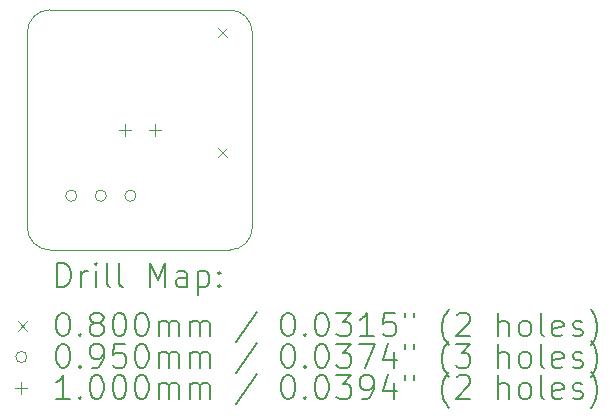
<source format=gbr>
%FSLAX45Y45*%
G04 Gerber Fmt 4.5, Leading zero omitted, Abs format (unit mm)*
G04 Created by KiCad (PCBNEW 6.0.4-6f826c9f35~116~ubuntu20.04.1) date 2022-05-16 21:48:50*
%MOMM*%
%LPD*%
G01*
G04 APERTURE LIST*
%TA.AperFunction,Profile*%
%ADD10C,0.050000*%
%TD*%
%ADD11C,0.200000*%
%ADD12C,0.080000*%
%ADD13C,0.095000*%
%ADD14C,0.100000*%
G04 APERTURE END LIST*
D10*
X8128000Y-6858000D02*
X9652000Y-6858000D01*
X9652000Y-8890000D02*
G75*
G03*
X9842500Y-8699500I0J190500D01*
G01*
X7937500Y-7048500D02*
X7937500Y-8699500D01*
X7937500Y-8699500D02*
G75*
G03*
X8128000Y-8890000I190500J0D01*
G01*
X8128000Y-8890000D02*
X9652000Y-8890000D01*
X9842500Y-8699500D02*
X9842500Y-7048500D01*
X9842500Y-7048500D02*
G75*
G03*
X9652000Y-6858000I-190500J0D01*
G01*
X8128000Y-6858000D02*
G75*
G03*
X7937500Y-7048500I0J-190500D01*
G01*
D11*
D12*
X9548500Y-7008500D02*
X9628500Y-7088500D01*
X9628500Y-7008500D02*
X9548500Y-7088500D01*
X9548500Y-8024500D02*
X9628500Y-8104500D01*
X9628500Y-8024500D02*
X9548500Y-8104500D01*
D13*
X8357300Y-8431100D02*
G75*
G03*
X8357300Y-8431100I-47500J0D01*
G01*
X8607300Y-8431100D02*
G75*
G03*
X8607300Y-8431100I-47500J0D01*
G01*
X8857300Y-8431100D02*
G75*
G03*
X8857300Y-8431100I-47500J0D01*
G01*
D14*
X8763000Y-7824000D02*
X8763000Y-7924000D01*
X8713000Y-7874000D02*
X8813000Y-7874000D01*
X9017000Y-7824000D02*
X9017000Y-7924000D01*
X8967000Y-7874000D02*
X9067000Y-7874000D01*
D11*
X8192619Y-9202976D02*
X8192619Y-9002976D01*
X8240238Y-9002976D01*
X8268809Y-9012500D01*
X8287857Y-9031548D01*
X8297381Y-9050595D01*
X8306905Y-9088690D01*
X8306905Y-9117262D01*
X8297381Y-9155357D01*
X8287857Y-9174405D01*
X8268809Y-9193452D01*
X8240238Y-9202976D01*
X8192619Y-9202976D01*
X8392619Y-9202976D02*
X8392619Y-9069643D01*
X8392619Y-9107738D02*
X8402143Y-9088690D01*
X8411667Y-9079167D01*
X8430714Y-9069643D01*
X8449762Y-9069643D01*
X8516429Y-9202976D02*
X8516429Y-9069643D01*
X8516429Y-9002976D02*
X8506905Y-9012500D01*
X8516429Y-9022024D01*
X8525952Y-9012500D01*
X8516429Y-9002976D01*
X8516429Y-9022024D01*
X8640238Y-9202976D02*
X8621190Y-9193452D01*
X8611667Y-9174405D01*
X8611667Y-9002976D01*
X8745000Y-9202976D02*
X8725952Y-9193452D01*
X8716429Y-9174405D01*
X8716429Y-9002976D01*
X8973571Y-9202976D02*
X8973571Y-9002976D01*
X9040238Y-9145833D01*
X9106905Y-9002976D01*
X9106905Y-9202976D01*
X9287857Y-9202976D02*
X9287857Y-9098214D01*
X9278333Y-9079167D01*
X9259286Y-9069643D01*
X9221190Y-9069643D01*
X9202143Y-9079167D01*
X9287857Y-9193452D02*
X9268810Y-9202976D01*
X9221190Y-9202976D01*
X9202143Y-9193452D01*
X9192619Y-9174405D01*
X9192619Y-9155357D01*
X9202143Y-9136310D01*
X9221190Y-9126786D01*
X9268810Y-9126786D01*
X9287857Y-9117262D01*
X9383095Y-9069643D02*
X9383095Y-9269643D01*
X9383095Y-9079167D02*
X9402143Y-9069643D01*
X9440238Y-9069643D01*
X9459286Y-9079167D01*
X9468810Y-9088690D01*
X9478333Y-9107738D01*
X9478333Y-9164881D01*
X9468810Y-9183929D01*
X9459286Y-9193452D01*
X9440238Y-9202976D01*
X9402143Y-9202976D01*
X9383095Y-9193452D01*
X9564048Y-9183929D02*
X9573571Y-9193452D01*
X9564048Y-9202976D01*
X9554524Y-9193452D01*
X9564048Y-9183929D01*
X9564048Y-9202976D01*
X9564048Y-9079167D02*
X9573571Y-9088690D01*
X9564048Y-9098214D01*
X9554524Y-9088690D01*
X9564048Y-9079167D01*
X9564048Y-9098214D01*
D12*
X7855000Y-9492500D02*
X7935000Y-9572500D01*
X7935000Y-9492500D02*
X7855000Y-9572500D01*
D11*
X8230714Y-9422976D02*
X8249762Y-9422976D01*
X8268809Y-9432500D01*
X8278333Y-9442024D01*
X8287857Y-9461071D01*
X8297381Y-9499167D01*
X8297381Y-9546786D01*
X8287857Y-9584881D01*
X8278333Y-9603929D01*
X8268809Y-9613452D01*
X8249762Y-9622976D01*
X8230714Y-9622976D01*
X8211667Y-9613452D01*
X8202143Y-9603929D01*
X8192619Y-9584881D01*
X8183095Y-9546786D01*
X8183095Y-9499167D01*
X8192619Y-9461071D01*
X8202143Y-9442024D01*
X8211667Y-9432500D01*
X8230714Y-9422976D01*
X8383095Y-9603929D02*
X8392619Y-9613452D01*
X8383095Y-9622976D01*
X8373571Y-9613452D01*
X8383095Y-9603929D01*
X8383095Y-9622976D01*
X8506905Y-9508690D02*
X8487857Y-9499167D01*
X8478333Y-9489643D01*
X8468810Y-9470595D01*
X8468810Y-9461071D01*
X8478333Y-9442024D01*
X8487857Y-9432500D01*
X8506905Y-9422976D01*
X8545000Y-9422976D01*
X8564048Y-9432500D01*
X8573571Y-9442024D01*
X8583095Y-9461071D01*
X8583095Y-9470595D01*
X8573571Y-9489643D01*
X8564048Y-9499167D01*
X8545000Y-9508690D01*
X8506905Y-9508690D01*
X8487857Y-9518214D01*
X8478333Y-9527738D01*
X8468810Y-9546786D01*
X8468810Y-9584881D01*
X8478333Y-9603929D01*
X8487857Y-9613452D01*
X8506905Y-9622976D01*
X8545000Y-9622976D01*
X8564048Y-9613452D01*
X8573571Y-9603929D01*
X8583095Y-9584881D01*
X8583095Y-9546786D01*
X8573571Y-9527738D01*
X8564048Y-9518214D01*
X8545000Y-9508690D01*
X8706905Y-9422976D02*
X8725952Y-9422976D01*
X8745000Y-9432500D01*
X8754524Y-9442024D01*
X8764048Y-9461071D01*
X8773571Y-9499167D01*
X8773571Y-9546786D01*
X8764048Y-9584881D01*
X8754524Y-9603929D01*
X8745000Y-9613452D01*
X8725952Y-9622976D01*
X8706905Y-9622976D01*
X8687857Y-9613452D01*
X8678333Y-9603929D01*
X8668810Y-9584881D01*
X8659286Y-9546786D01*
X8659286Y-9499167D01*
X8668810Y-9461071D01*
X8678333Y-9442024D01*
X8687857Y-9432500D01*
X8706905Y-9422976D01*
X8897381Y-9422976D02*
X8916429Y-9422976D01*
X8935476Y-9432500D01*
X8945000Y-9442024D01*
X8954524Y-9461071D01*
X8964048Y-9499167D01*
X8964048Y-9546786D01*
X8954524Y-9584881D01*
X8945000Y-9603929D01*
X8935476Y-9613452D01*
X8916429Y-9622976D01*
X8897381Y-9622976D01*
X8878333Y-9613452D01*
X8868810Y-9603929D01*
X8859286Y-9584881D01*
X8849762Y-9546786D01*
X8849762Y-9499167D01*
X8859286Y-9461071D01*
X8868810Y-9442024D01*
X8878333Y-9432500D01*
X8897381Y-9422976D01*
X9049762Y-9622976D02*
X9049762Y-9489643D01*
X9049762Y-9508690D02*
X9059286Y-9499167D01*
X9078333Y-9489643D01*
X9106905Y-9489643D01*
X9125952Y-9499167D01*
X9135476Y-9518214D01*
X9135476Y-9622976D01*
X9135476Y-9518214D02*
X9145000Y-9499167D01*
X9164048Y-9489643D01*
X9192619Y-9489643D01*
X9211667Y-9499167D01*
X9221190Y-9518214D01*
X9221190Y-9622976D01*
X9316429Y-9622976D02*
X9316429Y-9489643D01*
X9316429Y-9508690D02*
X9325952Y-9499167D01*
X9345000Y-9489643D01*
X9373571Y-9489643D01*
X9392619Y-9499167D01*
X9402143Y-9518214D01*
X9402143Y-9622976D01*
X9402143Y-9518214D02*
X9411667Y-9499167D01*
X9430714Y-9489643D01*
X9459286Y-9489643D01*
X9478333Y-9499167D01*
X9487857Y-9518214D01*
X9487857Y-9622976D01*
X9878333Y-9413452D02*
X9706905Y-9670595D01*
X10135476Y-9422976D02*
X10154524Y-9422976D01*
X10173571Y-9432500D01*
X10183095Y-9442024D01*
X10192619Y-9461071D01*
X10202143Y-9499167D01*
X10202143Y-9546786D01*
X10192619Y-9584881D01*
X10183095Y-9603929D01*
X10173571Y-9613452D01*
X10154524Y-9622976D01*
X10135476Y-9622976D01*
X10116429Y-9613452D01*
X10106905Y-9603929D01*
X10097381Y-9584881D01*
X10087857Y-9546786D01*
X10087857Y-9499167D01*
X10097381Y-9461071D01*
X10106905Y-9442024D01*
X10116429Y-9432500D01*
X10135476Y-9422976D01*
X10287857Y-9603929D02*
X10297381Y-9613452D01*
X10287857Y-9622976D01*
X10278333Y-9613452D01*
X10287857Y-9603929D01*
X10287857Y-9622976D01*
X10421190Y-9422976D02*
X10440238Y-9422976D01*
X10459286Y-9432500D01*
X10468810Y-9442024D01*
X10478333Y-9461071D01*
X10487857Y-9499167D01*
X10487857Y-9546786D01*
X10478333Y-9584881D01*
X10468810Y-9603929D01*
X10459286Y-9613452D01*
X10440238Y-9622976D01*
X10421190Y-9622976D01*
X10402143Y-9613452D01*
X10392619Y-9603929D01*
X10383095Y-9584881D01*
X10373571Y-9546786D01*
X10373571Y-9499167D01*
X10383095Y-9461071D01*
X10392619Y-9442024D01*
X10402143Y-9432500D01*
X10421190Y-9422976D01*
X10554524Y-9422976D02*
X10678333Y-9422976D01*
X10611667Y-9499167D01*
X10640238Y-9499167D01*
X10659286Y-9508690D01*
X10668810Y-9518214D01*
X10678333Y-9537262D01*
X10678333Y-9584881D01*
X10668810Y-9603929D01*
X10659286Y-9613452D01*
X10640238Y-9622976D01*
X10583095Y-9622976D01*
X10564048Y-9613452D01*
X10554524Y-9603929D01*
X10868810Y-9622976D02*
X10754524Y-9622976D01*
X10811667Y-9622976D02*
X10811667Y-9422976D01*
X10792619Y-9451548D01*
X10773571Y-9470595D01*
X10754524Y-9480119D01*
X11049762Y-9422976D02*
X10954524Y-9422976D01*
X10945000Y-9518214D01*
X10954524Y-9508690D01*
X10973571Y-9499167D01*
X11021190Y-9499167D01*
X11040238Y-9508690D01*
X11049762Y-9518214D01*
X11059286Y-9537262D01*
X11059286Y-9584881D01*
X11049762Y-9603929D01*
X11040238Y-9613452D01*
X11021190Y-9622976D01*
X10973571Y-9622976D01*
X10954524Y-9613452D01*
X10945000Y-9603929D01*
X11135476Y-9422976D02*
X11135476Y-9461071D01*
X11211667Y-9422976D02*
X11211667Y-9461071D01*
X11506905Y-9699167D02*
X11497381Y-9689643D01*
X11478333Y-9661071D01*
X11468809Y-9642024D01*
X11459286Y-9613452D01*
X11449762Y-9565833D01*
X11449762Y-9527738D01*
X11459286Y-9480119D01*
X11468809Y-9451548D01*
X11478333Y-9432500D01*
X11497381Y-9403929D01*
X11506905Y-9394405D01*
X11573571Y-9442024D02*
X11583095Y-9432500D01*
X11602143Y-9422976D01*
X11649762Y-9422976D01*
X11668809Y-9432500D01*
X11678333Y-9442024D01*
X11687857Y-9461071D01*
X11687857Y-9480119D01*
X11678333Y-9508690D01*
X11564048Y-9622976D01*
X11687857Y-9622976D01*
X11925952Y-9622976D02*
X11925952Y-9422976D01*
X12011667Y-9622976D02*
X12011667Y-9518214D01*
X12002143Y-9499167D01*
X11983095Y-9489643D01*
X11954524Y-9489643D01*
X11935476Y-9499167D01*
X11925952Y-9508690D01*
X12135476Y-9622976D02*
X12116428Y-9613452D01*
X12106905Y-9603929D01*
X12097381Y-9584881D01*
X12097381Y-9527738D01*
X12106905Y-9508690D01*
X12116428Y-9499167D01*
X12135476Y-9489643D01*
X12164048Y-9489643D01*
X12183095Y-9499167D01*
X12192619Y-9508690D01*
X12202143Y-9527738D01*
X12202143Y-9584881D01*
X12192619Y-9603929D01*
X12183095Y-9613452D01*
X12164048Y-9622976D01*
X12135476Y-9622976D01*
X12316428Y-9622976D02*
X12297381Y-9613452D01*
X12287857Y-9594405D01*
X12287857Y-9422976D01*
X12468809Y-9613452D02*
X12449762Y-9622976D01*
X12411667Y-9622976D01*
X12392619Y-9613452D01*
X12383095Y-9594405D01*
X12383095Y-9518214D01*
X12392619Y-9499167D01*
X12411667Y-9489643D01*
X12449762Y-9489643D01*
X12468809Y-9499167D01*
X12478333Y-9518214D01*
X12478333Y-9537262D01*
X12383095Y-9556310D01*
X12554524Y-9613452D02*
X12573571Y-9622976D01*
X12611667Y-9622976D01*
X12630714Y-9613452D01*
X12640238Y-9594405D01*
X12640238Y-9584881D01*
X12630714Y-9565833D01*
X12611667Y-9556310D01*
X12583095Y-9556310D01*
X12564048Y-9546786D01*
X12554524Y-9527738D01*
X12554524Y-9518214D01*
X12564048Y-9499167D01*
X12583095Y-9489643D01*
X12611667Y-9489643D01*
X12630714Y-9499167D01*
X12706905Y-9699167D02*
X12716428Y-9689643D01*
X12735476Y-9661071D01*
X12745000Y-9642024D01*
X12754524Y-9613452D01*
X12764048Y-9565833D01*
X12764048Y-9527738D01*
X12754524Y-9480119D01*
X12745000Y-9451548D01*
X12735476Y-9432500D01*
X12716428Y-9403929D01*
X12706905Y-9394405D01*
D13*
X7935000Y-9796500D02*
G75*
G03*
X7935000Y-9796500I-47500J0D01*
G01*
D11*
X8230714Y-9686976D02*
X8249762Y-9686976D01*
X8268809Y-9696500D01*
X8278333Y-9706024D01*
X8287857Y-9725071D01*
X8297381Y-9763167D01*
X8297381Y-9810786D01*
X8287857Y-9848881D01*
X8278333Y-9867929D01*
X8268809Y-9877452D01*
X8249762Y-9886976D01*
X8230714Y-9886976D01*
X8211667Y-9877452D01*
X8202143Y-9867929D01*
X8192619Y-9848881D01*
X8183095Y-9810786D01*
X8183095Y-9763167D01*
X8192619Y-9725071D01*
X8202143Y-9706024D01*
X8211667Y-9696500D01*
X8230714Y-9686976D01*
X8383095Y-9867929D02*
X8392619Y-9877452D01*
X8383095Y-9886976D01*
X8373571Y-9877452D01*
X8383095Y-9867929D01*
X8383095Y-9886976D01*
X8487857Y-9886976D02*
X8525952Y-9886976D01*
X8545000Y-9877452D01*
X8554524Y-9867929D01*
X8573571Y-9839357D01*
X8583095Y-9801262D01*
X8583095Y-9725071D01*
X8573571Y-9706024D01*
X8564048Y-9696500D01*
X8545000Y-9686976D01*
X8506905Y-9686976D01*
X8487857Y-9696500D01*
X8478333Y-9706024D01*
X8468810Y-9725071D01*
X8468810Y-9772690D01*
X8478333Y-9791738D01*
X8487857Y-9801262D01*
X8506905Y-9810786D01*
X8545000Y-9810786D01*
X8564048Y-9801262D01*
X8573571Y-9791738D01*
X8583095Y-9772690D01*
X8764048Y-9686976D02*
X8668810Y-9686976D01*
X8659286Y-9782214D01*
X8668810Y-9772690D01*
X8687857Y-9763167D01*
X8735476Y-9763167D01*
X8754524Y-9772690D01*
X8764048Y-9782214D01*
X8773571Y-9801262D01*
X8773571Y-9848881D01*
X8764048Y-9867929D01*
X8754524Y-9877452D01*
X8735476Y-9886976D01*
X8687857Y-9886976D01*
X8668810Y-9877452D01*
X8659286Y-9867929D01*
X8897381Y-9686976D02*
X8916429Y-9686976D01*
X8935476Y-9696500D01*
X8945000Y-9706024D01*
X8954524Y-9725071D01*
X8964048Y-9763167D01*
X8964048Y-9810786D01*
X8954524Y-9848881D01*
X8945000Y-9867929D01*
X8935476Y-9877452D01*
X8916429Y-9886976D01*
X8897381Y-9886976D01*
X8878333Y-9877452D01*
X8868810Y-9867929D01*
X8859286Y-9848881D01*
X8849762Y-9810786D01*
X8849762Y-9763167D01*
X8859286Y-9725071D01*
X8868810Y-9706024D01*
X8878333Y-9696500D01*
X8897381Y-9686976D01*
X9049762Y-9886976D02*
X9049762Y-9753643D01*
X9049762Y-9772690D02*
X9059286Y-9763167D01*
X9078333Y-9753643D01*
X9106905Y-9753643D01*
X9125952Y-9763167D01*
X9135476Y-9782214D01*
X9135476Y-9886976D01*
X9135476Y-9782214D02*
X9145000Y-9763167D01*
X9164048Y-9753643D01*
X9192619Y-9753643D01*
X9211667Y-9763167D01*
X9221190Y-9782214D01*
X9221190Y-9886976D01*
X9316429Y-9886976D02*
X9316429Y-9753643D01*
X9316429Y-9772690D02*
X9325952Y-9763167D01*
X9345000Y-9753643D01*
X9373571Y-9753643D01*
X9392619Y-9763167D01*
X9402143Y-9782214D01*
X9402143Y-9886976D01*
X9402143Y-9782214D02*
X9411667Y-9763167D01*
X9430714Y-9753643D01*
X9459286Y-9753643D01*
X9478333Y-9763167D01*
X9487857Y-9782214D01*
X9487857Y-9886976D01*
X9878333Y-9677452D02*
X9706905Y-9934595D01*
X10135476Y-9686976D02*
X10154524Y-9686976D01*
X10173571Y-9696500D01*
X10183095Y-9706024D01*
X10192619Y-9725071D01*
X10202143Y-9763167D01*
X10202143Y-9810786D01*
X10192619Y-9848881D01*
X10183095Y-9867929D01*
X10173571Y-9877452D01*
X10154524Y-9886976D01*
X10135476Y-9886976D01*
X10116429Y-9877452D01*
X10106905Y-9867929D01*
X10097381Y-9848881D01*
X10087857Y-9810786D01*
X10087857Y-9763167D01*
X10097381Y-9725071D01*
X10106905Y-9706024D01*
X10116429Y-9696500D01*
X10135476Y-9686976D01*
X10287857Y-9867929D02*
X10297381Y-9877452D01*
X10287857Y-9886976D01*
X10278333Y-9877452D01*
X10287857Y-9867929D01*
X10287857Y-9886976D01*
X10421190Y-9686976D02*
X10440238Y-9686976D01*
X10459286Y-9696500D01*
X10468810Y-9706024D01*
X10478333Y-9725071D01*
X10487857Y-9763167D01*
X10487857Y-9810786D01*
X10478333Y-9848881D01*
X10468810Y-9867929D01*
X10459286Y-9877452D01*
X10440238Y-9886976D01*
X10421190Y-9886976D01*
X10402143Y-9877452D01*
X10392619Y-9867929D01*
X10383095Y-9848881D01*
X10373571Y-9810786D01*
X10373571Y-9763167D01*
X10383095Y-9725071D01*
X10392619Y-9706024D01*
X10402143Y-9696500D01*
X10421190Y-9686976D01*
X10554524Y-9686976D02*
X10678333Y-9686976D01*
X10611667Y-9763167D01*
X10640238Y-9763167D01*
X10659286Y-9772690D01*
X10668810Y-9782214D01*
X10678333Y-9801262D01*
X10678333Y-9848881D01*
X10668810Y-9867929D01*
X10659286Y-9877452D01*
X10640238Y-9886976D01*
X10583095Y-9886976D01*
X10564048Y-9877452D01*
X10554524Y-9867929D01*
X10745000Y-9686976D02*
X10878333Y-9686976D01*
X10792619Y-9886976D01*
X11040238Y-9753643D02*
X11040238Y-9886976D01*
X10992619Y-9677452D02*
X10945000Y-9820310D01*
X11068810Y-9820310D01*
X11135476Y-9686976D02*
X11135476Y-9725071D01*
X11211667Y-9686976D02*
X11211667Y-9725071D01*
X11506905Y-9963167D02*
X11497381Y-9953643D01*
X11478333Y-9925071D01*
X11468809Y-9906024D01*
X11459286Y-9877452D01*
X11449762Y-9829833D01*
X11449762Y-9791738D01*
X11459286Y-9744119D01*
X11468809Y-9715548D01*
X11478333Y-9696500D01*
X11497381Y-9667929D01*
X11506905Y-9658405D01*
X11564048Y-9686976D02*
X11687857Y-9686976D01*
X11621190Y-9763167D01*
X11649762Y-9763167D01*
X11668809Y-9772690D01*
X11678333Y-9782214D01*
X11687857Y-9801262D01*
X11687857Y-9848881D01*
X11678333Y-9867929D01*
X11668809Y-9877452D01*
X11649762Y-9886976D01*
X11592619Y-9886976D01*
X11573571Y-9877452D01*
X11564048Y-9867929D01*
X11925952Y-9886976D02*
X11925952Y-9686976D01*
X12011667Y-9886976D02*
X12011667Y-9782214D01*
X12002143Y-9763167D01*
X11983095Y-9753643D01*
X11954524Y-9753643D01*
X11935476Y-9763167D01*
X11925952Y-9772690D01*
X12135476Y-9886976D02*
X12116428Y-9877452D01*
X12106905Y-9867929D01*
X12097381Y-9848881D01*
X12097381Y-9791738D01*
X12106905Y-9772690D01*
X12116428Y-9763167D01*
X12135476Y-9753643D01*
X12164048Y-9753643D01*
X12183095Y-9763167D01*
X12192619Y-9772690D01*
X12202143Y-9791738D01*
X12202143Y-9848881D01*
X12192619Y-9867929D01*
X12183095Y-9877452D01*
X12164048Y-9886976D01*
X12135476Y-9886976D01*
X12316428Y-9886976D02*
X12297381Y-9877452D01*
X12287857Y-9858405D01*
X12287857Y-9686976D01*
X12468809Y-9877452D02*
X12449762Y-9886976D01*
X12411667Y-9886976D01*
X12392619Y-9877452D01*
X12383095Y-9858405D01*
X12383095Y-9782214D01*
X12392619Y-9763167D01*
X12411667Y-9753643D01*
X12449762Y-9753643D01*
X12468809Y-9763167D01*
X12478333Y-9782214D01*
X12478333Y-9801262D01*
X12383095Y-9820310D01*
X12554524Y-9877452D02*
X12573571Y-9886976D01*
X12611667Y-9886976D01*
X12630714Y-9877452D01*
X12640238Y-9858405D01*
X12640238Y-9848881D01*
X12630714Y-9829833D01*
X12611667Y-9820310D01*
X12583095Y-9820310D01*
X12564048Y-9810786D01*
X12554524Y-9791738D01*
X12554524Y-9782214D01*
X12564048Y-9763167D01*
X12583095Y-9753643D01*
X12611667Y-9753643D01*
X12630714Y-9763167D01*
X12706905Y-9963167D02*
X12716428Y-9953643D01*
X12735476Y-9925071D01*
X12745000Y-9906024D01*
X12754524Y-9877452D01*
X12764048Y-9829833D01*
X12764048Y-9791738D01*
X12754524Y-9744119D01*
X12745000Y-9715548D01*
X12735476Y-9696500D01*
X12716428Y-9667929D01*
X12706905Y-9658405D01*
D14*
X7885000Y-10010500D02*
X7885000Y-10110500D01*
X7835000Y-10060500D02*
X7935000Y-10060500D01*
D11*
X8297381Y-10150976D02*
X8183095Y-10150976D01*
X8240238Y-10150976D02*
X8240238Y-9950976D01*
X8221190Y-9979548D01*
X8202143Y-9998595D01*
X8183095Y-10008119D01*
X8383095Y-10131929D02*
X8392619Y-10141452D01*
X8383095Y-10150976D01*
X8373571Y-10141452D01*
X8383095Y-10131929D01*
X8383095Y-10150976D01*
X8516429Y-9950976D02*
X8535476Y-9950976D01*
X8554524Y-9960500D01*
X8564048Y-9970024D01*
X8573571Y-9989071D01*
X8583095Y-10027167D01*
X8583095Y-10074786D01*
X8573571Y-10112881D01*
X8564048Y-10131929D01*
X8554524Y-10141452D01*
X8535476Y-10150976D01*
X8516429Y-10150976D01*
X8497381Y-10141452D01*
X8487857Y-10131929D01*
X8478333Y-10112881D01*
X8468810Y-10074786D01*
X8468810Y-10027167D01*
X8478333Y-9989071D01*
X8487857Y-9970024D01*
X8497381Y-9960500D01*
X8516429Y-9950976D01*
X8706905Y-9950976D02*
X8725952Y-9950976D01*
X8745000Y-9960500D01*
X8754524Y-9970024D01*
X8764048Y-9989071D01*
X8773571Y-10027167D01*
X8773571Y-10074786D01*
X8764048Y-10112881D01*
X8754524Y-10131929D01*
X8745000Y-10141452D01*
X8725952Y-10150976D01*
X8706905Y-10150976D01*
X8687857Y-10141452D01*
X8678333Y-10131929D01*
X8668810Y-10112881D01*
X8659286Y-10074786D01*
X8659286Y-10027167D01*
X8668810Y-9989071D01*
X8678333Y-9970024D01*
X8687857Y-9960500D01*
X8706905Y-9950976D01*
X8897381Y-9950976D02*
X8916429Y-9950976D01*
X8935476Y-9960500D01*
X8945000Y-9970024D01*
X8954524Y-9989071D01*
X8964048Y-10027167D01*
X8964048Y-10074786D01*
X8954524Y-10112881D01*
X8945000Y-10131929D01*
X8935476Y-10141452D01*
X8916429Y-10150976D01*
X8897381Y-10150976D01*
X8878333Y-10141452D01*
X8868810Y-10131929D01*
X8859286Y-10112881D01*
X8849762Y-10074786D01*
X8849762Y-10027167D01*
X8859286Y-9989071D01*
X8868810Y-9970024D01*
X8878333Y-9960500D01*
X8897381Y-9950976D01*
X9049762Y-10150976D02*
X9049762Y-10017643D01*
X9049762Y-10036690D02*
X9059286Y-10027167D01*
X9078333Y-10017643D01*
X9106905Y-10017643D01*
X9125952Y-10027167D01*
X9135476Y-10046214D01*
X9135476Y-10150976D01*
X9135476Y-10046214D02*
X9145000Y-10027167D01*
X9164048Y-10017643D01*
X9192619Y-10017643D01*
X9211667Y-10027167D01*
X9221190Y-10046214D01*
X9221190Y-10150976D01*
X9316429Y-10150976D02*
X9316429Y-10017643D01*
X9316429Y-10036690D02*
X9325952Y-10027167D01*
X9345000Y-10017643D01*
X9373571Y-10017643D01*
X9392619Y-10027167D01*
X9402143Y-10046214D01*
X9402143Y-10150976D01*
X9402143Y-10046214D02*
X9411667Y-10027167D01*
X9430714Y-10017643D01*
X9459286Y-10017643D01*
X9478333Y-10027167D01*
X9487857Y-10046214D01*
X9487857Y-10150976D01*
X9878333Y-9941452D02*
X9706905Y-10198595D01*
X10135476Y-9950976D02*
X10154524Y-9950976D01*
X10173571Y-9960500D01*
X10183095Y-9970024D01*
X10192619Y-9989071D01*
X10202143Y-10027167D01*
X10202143Y-10074786D01*
X10192619Y-10112881D01*
X10183095Y-10131929D01*
X10173571Y-10141452D01*
X10154524Y-10150976D01*
X10135476Y-10150976D01*
X10116429Y-10141452D01*
X10106905Y-10131929D01*
X10097381Y-10112881D01*
X10087857Y-10074786D01*
X10087857Y-10027167D01*
X10097381Y-9989071D01*
X10106905Y-9970024D01*
X10116429Y-9960500D01*
X10135476Y-9950976D01*
X10287857Y-10131929D02*
X10297381Y-10141452D01*
X10287857Y-10150976D01*
X10278333Y-10141452D01*
X10287857Y-10131929D01*
X10287857Y-10150976D01*
X10421190Y-9950976D02*
X10440238Y-9950976D01*
X10459286Y-9960500D01*
X10468810Y-9970024D01*
X10478333Y-9989071D01*
X10487857Y-10027167D01*
X10487857Y-10074786D01*
X10478333Y-10112881D01*
X10468810Y-10131929D01*
X10459286Y-10141452D01*
X10440238Y-10150976D01*
X10421190Y-10150976D01*
X10402143Y-10141452D01*
X10392619Y-10131929D01*
X10383095Y-10112881D01*
X10373571Y-10074786D01*
X10373571Y-10027167D01*
X10383095Y-9989071D01*
X10392619Y-9970024D01*
X10402143Y-9960500D01*
X10421190Y-9950976D01*
X10554524Y-9950976D02*
X10678333Y-9950976D01*
X10611667Y-10027167D01*
X10640238Y-10027167D01*
X10659286Y-10036690D01*
X10668810Y-10046214D01*
X10678333Y-10065262D01*
X10678333Y-10112881D01*
X10668810Y-10131929D01*
X10659286Y-10141452D01*
X10640238Y-10150976D01*
X10583095Y-10150976D01*
X10564048Y-10141452D01*
X10554524Y-10131929D01*
X10773571Y-10150976D02*
X10811667Y-10150976D01*
X10830714Y-10141452D01*
X10840238Y-10131929D01*
X10859286Y-10103357D01*
X10868810Y-10065262D01*
X10868810Y-9989071D01*
X10859286Y-9970024D01*
X10849762Y-9960500D01*
X10830714Y-9950976D01*
X10792619Y-9950976D01*
X10773571Y-9960500D01*
X10764048Y-9970024D01*
X10754524Y-9989071D01*
X10754524Y-10036690D01*
X10764048Y-10055738D01*
X10773571Y-10065262D01*
X10792619Y-10074786D01*
X10830714Y-10074786D01*
X10849762Y-10065262D01*
X10859286Y-10055738D01*
X10868810Y-10036690D01*
X11040238Y-10017643D02*
X11040238Y-10150976D01*
X10992619Y-9941452D02*
X10945000Y-10084310D01*
X11068810Y-10084310D01*
X11135476Y-9950976D02*
X11135476Y-9989071D01*
X11211667Y-9950976D02*
X11211667Y-9989071D01*
X11506905Y-10227167D02*
X11497381Y-10217643D01*
X11478333Y-10189071D01*
X11468809Y-10170024D01*
X11459286Y-10141452D01*
X11449762Y-10093833D01*
X11449762Y-10055738D01*
X11459286Y-10008119D01*
X11468809Y-9979548D01*
X11478333Y-9960500D01*
X11497381Y-9931929D01*
X11506905Y-9922405D01*
X11573571Y-9970024D02*
X11583095Y-9960500D01*
X11602143Y-9950976D01*
X11649762Y-9950976D01*
X11668809Y-9960500D01*
X11678333Y-9970024D01*
X11687857Y-9989071D01*
X11687857Y-10008119D01*
X11678333Y-10036690D01*
X11564048Y-10150976D01*
X11687857Y-10150976D01*
X11925952Y-10150976D02*
X11925952Y-9950976D01*
X12011667Y-10150976D02*
X12011667Y-10046214D01*
X12002143Y-10027167D01*
X11983095Y-10017643D01*
X11954524Y-10017643D01*
X11935476Y-10027167D01*
X11925952Y-10036690D01*
X12135476Y-10150976D02*
X12116428Y-10141452D01*
X12106905Y-10131929D01*
X12097381Y-10112881D01*
X12097381Y-10055738D01*
X12106905Y-10036690D01*
X12116428Y-10027167D01*
X12135476Y-10017643D01*
X12164048Y-10017643D01*
X12183095Y-10027167D01*
X12192619Y-10036690D01*
X12202143Y-10055738D01*
X12202143Y-10112881D01*
X12192619Y-10131929D01*
X12183095Y-10141452D01*
X12164048Y-10150976D01*
X12135476Y-10150976D01*
X12316428Y-10150976D02*
X12297381Y-10141452D01*
X12287857Y-10122405D01*
X12287857Y-9950976D01*
X12468809Y-10141452D02*
X12449762Y-10150976D01*
X12411667Y-10150976D01*
X12392619Y-10141452D01*
X12383095Y-10122405D01*
X12383095Y-10046214D01*
X12392619Y-10027167D01*
X12411667Y-10017643D01*
X12449762Y-10017643D01*
X12468809Y-10027167D01*
X12478333Y-10046214D01*
X12478333Y-10065262D01*
X12383095Y-10084310D01*
X12554524Y-10141452D02*
X12573571Y-10150976D01*
X12611667Y-10150976D01*
X12630714Y-10141452D01*
X12640238Y-10122405D01*
X12640238Y-10112881D01*
X12630714Y-10093833D01*
X12611667Y-10084310D01*
X12583095Y-10084310D01*
X12564048Y-10074786D01*
X12554524Y-10055738D01*
X12554524Y-10046214D01*
X12564048Y-10027167D01*
X12583095Y-10017643D01*
X12611667Y-10017643D01*
X12630714Y-10027167D01*
X12706905Y-10227167D02*
X12716428Y-10217643D01*
X12735476Y-10189071D01*
X12745000Y-10170024D01*
X12754524Y-10141452D01*
X12764048Y-10093833D01*
X12764048Y-10055738D01*
X12754524Y-10008119D01*
X12745000Y-9979548D01*
X12735476Y-9960500D01*
X12716428Y-9931929D01*
X12706905Y-9922405D01*
M02*

</source>
